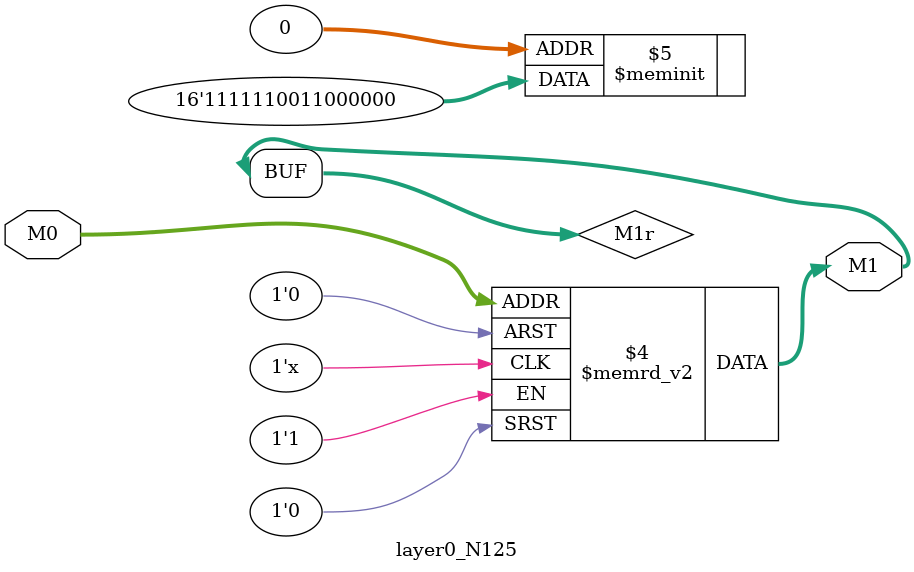
<source format=v>
module layer0_N125 ( input [2:0] M0, output [1:0] M1 );

	(*rom_style = "distributed" *) reg [1:0] M1r;
	assign M1 = M1r;
	always @ (M0) begin
		case (M0)
			3'b000: M1r = 2'b00;
			3'b100: M1r = 2'b00;
			3'b010: M1r = 2'b00;
			3'b110: M1r = 2'b11;
			3'b001: M1r = 2'b00;
			3'b101: M1r = 2'b11;
			3'b011: M1r = 2'b11;
			3'b111: M1r = 2'b11;

		endcase
	end
endmodule

</source>
